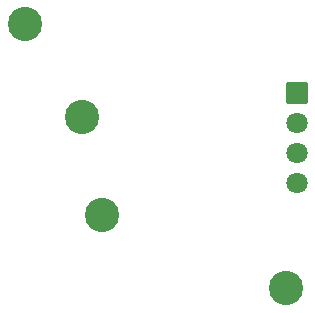
<source format=gbr>
%TF.GenerationSoftware,KiCad,Pcbnew,9.0.2*%
%TF.CreationDate,2025-05-24T10:18:39-07:00*%
%TF.ProjectId,sensor_eval_brd,73656e73-6f72-45f6-9576-616c5f627264,rev?*%
%TF.SameCoordinates,Original*%
%TF.FileFunction,Soldermask,Bot*%
%TF.FilePolarity,Negative*%
%FSLAX46Y46*%
G04 Gerber Fmt 4.6, Leading zero omitted, Abs format (unit mm)*
G04 Created by KiCad (PCBNEW 9.0.2) date 2025-05-24 10:18:39*
%MOMM*%
%LPD*%
G01*
G04 APERTURE LIST*
G04 Aperture macros list*
%AMRoundRect*
0 Rectangle with rounded corners*
0 $1 Rounding radius*
0 $2 $3 $4 $5 $6 $7 $8 $9 X,Y pos of 4 corners*
0 Add a 4 corners polygon primitive as box body*
4,1,4,$2,$3,$4,$5,$6,$7,$8,$9,$2,$3,0*
0 Add four circle primitives for the rounded corners*
1,1,$1+$1,$2,$3*
1,1,$1+$1,$4,$5*
1,1,$1+$1,$6,$7*
1,1,$1+$1,$8,$9*
0 Add four rect primitives between the rounded corners*
20,1,$1+$1,$2,$3,$4,$5,0*
20,1,$1+$1,$4,$5,$6,$7,0*
20,1,$1+$1,$6,$7,$8,$9,0*
20,1,$1+$1,$8,$9,$2,$3,0*%
G04 Aperture macros list end*
%ADD10C,2.901600*%
%ADD11RoundRect,0.050800X-0.850000X-0.850000X0.850000X-0.850000X0.850000X0.850000X-0.850000X0.850000X0*%
%ADD12C,1.801600*%
G04 APERTURE END LIST*
D10*
%TO.C,SCL*%
X153162000Y-100609400D03*
%TD*%
%TO.C,GND*%
X168706800Y-106781600D03*
%TD*%
%TO.C,SDA*%
X151434800Y-92303600D03*
%TD*%
%TO.C,3.3V*%
X146589600Y-84412700D03*
%TD*%
D11*
%TO.C,J1*%
X169621200Y-90220800D03*
D12*
X169621200Y-92760800D03*
X169621200Y-95300800D03*
X169621200Y-97840800D03*
%TD*%
M02*

</source>
